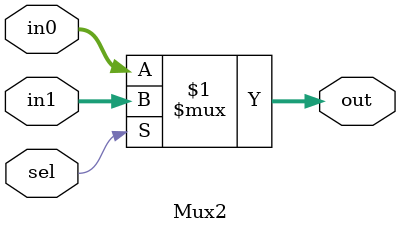
<source format=v>
module Mux2 #(parameter WIDTH = 32)(
input sel,
input[(WIDTH-1):0]in0,in1,
output[(WIDTH-1):0]out
);

assign out = (sel) ? in1 : in0;

endmodule


</source>
